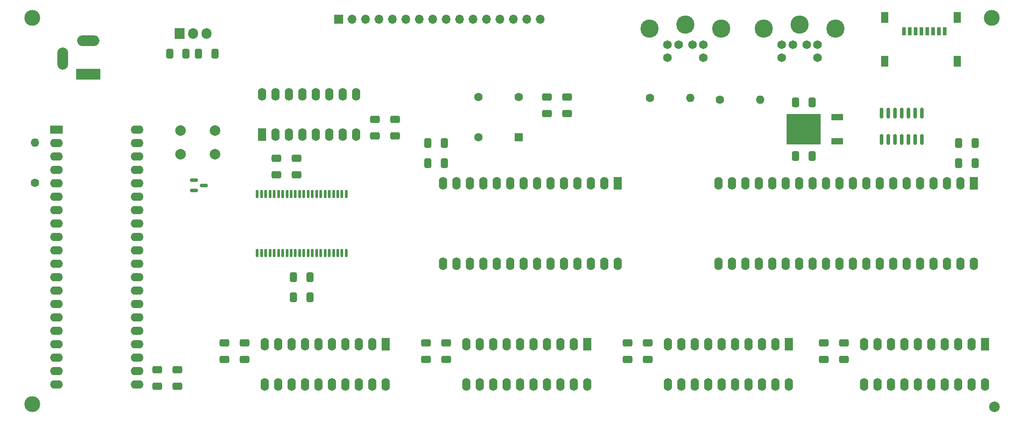
<source format=gbr>
%TF.GenerationSoftware,KiCad,Pcbnew,(6.0.5)*%
%TF.CreationDate,2022-09-15T01:10:35+02:00*%
%TF.ProjectId,65816 computer,36353831-3620-4636-9f6d-70757465722e,rev?*%
%TF.SameCoordinates,Original*%
%TF.FileFunction,Soldermask,Top*%
%TF.FilePolarity,Negative*%
%FSLAX46Y46*%
G04 Gerber Fmt 4.6, Leading zero omitted, Abs format (unit mm)*
G04 Created by KiCad (PCBNEW (6.0.5)) date 2022-09-15 01:10:35*
%MOMM*%
%LPD*%
G01*
G04 APERTURE LIST*
G04 Aperture macros list*
%AMRoundRect*
0 Rectangle with rounded corners*
0 $1 Rounding radius*
0 $2 $3 $4 $5 $6 $7 $8 $9 X,Y pos of 4 corners*
0 Add a 4 corners polygon primitive as box body*
4,1,4,$2,$3,$4,$5,$6,$7,$8,$9,$2,$3,0*
0 Add four circle primitives for the rounded corners*
1,1,$1+$1,$2,$3*
1,1,$1+$1,$4,$5*
1,1,$1+$1,$6,$7*
1,1,$1+$1,$8,$9*
0 Add four rect primitives between the rounded corners*
20,1,$1+$1,$2,$3,$4,$5,0*
20,1,$1+$1,$4,$5,$6,$7,0*
20,1,$1+$1,$6,$7,$8,$9,0*
20,1,$1+$1,$8,$9,$2,$3,0*%
G04 Aperture macros list end*
%ADD10RoundRect,0.250000X-0.650000X0.412500X-0.650000X-0.412500X0.650000X-0.412500X0.650000X0.412500X0*%
%ADD11RoundRect,0.250000X-0.412500X-0.650000X0.412500X-0.650000X0.412500X0.650000X-0.412500X0.650000X0*%
%ADD12R,1.600000X2.400000*%
%ADD13O,1.600000X2.400000*%
%ADD14R,4.600000X2.000000*%
%ADD15O,4.200000X2.000000*%
%ADD16O,2.000000X4.200000*%
%ADD17RoundRect,0.250000X0.650000X-0.412500X0.650000X0.412500X-0.650000X0.412500X-0.650000X-0.412500X0*%
%ADD18C,2.000000*%
%ADD19RoundRect,0.137500X-0.137500X0.625000X-0.137500X-0.625000X0.137500X-0.625000X0.137500X0.625000X0*%
%ADD20C,3.000000*%
%ADD21R,2.200000X1.200000*%
%ADD22R,6.400000X5.800000*%
%ADD23C,1.600000*%
%ADD24O,1.600000X1.600000*%
%ADD25RoundRect,0.250000X0.412500X0.650000X-0.412500X0.650000X-0.412500X-0.650000X0.412500X-0.650000X0*%
%ADD26R,2.400000X1.600000*%
%ADD27O,2.400000X1.600000*%
%ADD28RoundRect,0.150000X-0.587500X-0.150000X0.587500X-0.150000X0.587500X0.150000X-0.587500X0.150000X0*%
%ADD29R,1.600000X1.600000*%
%ADD30C,1.650000*%
%ADD31C,3.450000*%
%ADD32R,1.700000X1.700000*%
%ADD33O,1.700000X1.700000*%
%ADD34RoundRect,0.150000X-0.150000X0.825000X-0.150000X-0.825000X0.150000X-0.825000X0.150000X0.825000X0*%
%ADD35R,0.800000X1.500000*%
%ADD36R,1.450000X2.000000*%
%ADD37R,1.905000X2.000000*%
%ADD38O,1.905000X2.000000*%
G04 APERTURE END LIST*
D10*
%TO.C,C19*%
X97038000Y-64741500D03*
X97038000Y-67866500D03*
%TD*%
D11*
%TO.C,C5*%
X77812500Y-94615000D03*
X80937500Y-94615000D03*
%TD*%
D12*
%TO.C,U10*%
X71882000Y-67564000D03*
D13*
X74422000Y-67564000D03*
X76962000Y-67564000D03*
X79502000Y-67564000D03*
X82042000Y-67564000D03*
X84582000Y-67564000D03*
X87122000Y-67564000D03*
X89662000Y-67564000D03*
X89662000Y-59944000D03*
X87122000Y-59944000D03*
X84582000Y-59944000D03*
X82042000Y-59944000D03*
X79502000Y-59944000D03*
X76962000Y-59944000D03*
X74422000Y-59944000D03*
X71882000Y-59944000D03*
%TD*%
D11*
%TO.C,C1*%
X54392059Y-52253000D03*
X57517059Y-52253000D03*
%TD*%
D14*
%TO.C,J1*%
X39004000Y-56134000D03*
D15*
X39004000Y-49834000D03*
D16*
X34204000Y-53234000D03*
%TD*%
D17*
%TO.C,C16*%
X64770000Y-110147500D03*
X64770000Y-107022500D03*
%TD*%
D18*
%TO.C,SW1*%
X56440000Y-66838000D03*
X62940000Y-66838000D03*
X56440000Y-71338000D03*
X62940000Y-71338000D03*
%TD*%
D10*
%TO.C,C8*%
X74549000Y-72097500D03*
X74549000Y-75222500D03*
%TD*%
D17*
%TO.C,C15*%
X68580000Y-110147500D03*
X68580000Y-107022500D03*
%TD*%
D12*
%TO.C,U4*%
X133345000Y-107325000D03*
D13*
X130805000Y-107325000D03*
X128265000Y-107325000D03*
X125725000Y-107325000D03*
X123185000Y-107325000D03*
X120645000Y-107325000D03*
X118105000Y-107325000D03*
X115565000Y-107325000D03*
X113025000Y-107325000D03*
X110485000Y-107325000D03*
X110485000Y-114945000D03*
X113025000Y-114945000D03*
X115565000Y-114945000D03*
X118105000Y-114945000D03*
X120645000Y-114945000D03*
X123185000Y-114945000D03*
X125725000Y-114945000D03*
X128265000Y-114945000D03*
X130805000Y-114945000D03*
X133345000Y-114945000D03*
%TD*%
D19*
%TO.C,U5*%
X87775000Y-78862500D03*
X86975000Y-78862500D03*
X86175000Y-78862500D03*
X85375000Y-78862500D03*
X84575000Y-78862500D03*
X83775000Y-78862500D03*
X82975000Y-78862500D03*
X82175000Y-78862500D03*
X81375000Y-78862500D03*
X80575000Y-78862500D03*
X79775000Y-78862500D03*
X78975000Y-78862500D03*
X78175000Y-78862500D03*
X77375000Y-78862500D03*
X76575000Y-78862500D03*
X75775000Y-78862500D03*
X74975000Y-78862500D03*
X74175000Y-78862500D03*
X73375000Y-78862500D03*
X72575000Y-78862500D03*
X71775000Y-78862500D03*
X70975000Y-78862500D03*
X70975000Y-90037500D03*
X71775000Y-90037500D03*
X72575000Y-90037500D03*
X73375000Y-90037500D03*
X74175000Y-90037500D03*
X74975000Y-90037500D03*
X75775000Y-90037500D03*
X76575000Y-90037500D03*
X77375000Y-90037500D03*
X78175000Y-90037500D03*
X78975000Y-90037500D03*
X79775000Y-90037500D03*
X80575000Y-90037500D03*
X81375000Y-90037500D03*
X82175000Y-90037500D03*
X82975000Y-90037500D03*
X83775000Y-90037500D03*
X84575000Y-90037500D03*
X85375000Y-90037500D03*
X86175000Y-90037500D03*
X86975000Y-90037500D03*
X87775000Y-90037500D03*
%TD*%
D20*
%TO.C,REF\u002A\u002A*%
X209804000Y-45466000D03*
X209804000Y-45466000D03*
%TD*%
D21*
%TO.C,U3*%
X180544000Y-68828000D03*
D22*
X174244000Y-66548000D03*
D21*
X180544000Y-64268000D03*
%TD*%
D23*
%TO.C,R2*%
X158422559Y-60960000D03*
D24*
X166042559Y-60960000D03*
%TD*%
D11*
%TO.C,C17*%
X103197500Y-73025000D03*
X106322500Y-73025000D03*
%TD*%
D12*
%TO.C,U8*%
X95245000Y-107325000D03*
D13*
X92705000Y-107325000D03*
X90165000Y-107325000D03*
X87625000Y-107325000D03*
X85085000Y-107325000D03*
X82545000Y-107325000D03*
X80005000Y-107325000D03*
X77465000Y-107325000D03*
X74925000Y-107325000D03*
X72385000Y-107325000D03*
X72385000Y-114945000D03*
X74925000Y-114945000D03*
X77465000Y-114945000D03*
X80005000Y-114945000D03*
X82545000Y-114945000D03*
X85085000Y-114945000D03*
X87625000Y-114945000D03*
X90165000Y-114945000D03*
X92705000Y-114945000D03*
X95245000Y-114945000D03*
%TD*%
D12*
%TO.C,U12*%
X208502480Y-107325000D03*
D13*
X205962480Y-107325000D03*
X203422480Y-107325000D03*
X200882480Y-107325000D03*
X198342480Y-107325000D03*
X195802480Y-107325000D03*
X193262480Y-107325000D03*
X190722480Y-107325000D03*
X188182480Y-107325000D03*
X185642480Y-107325000D03*
X185642480Y-114945000D03*
X188182480Y-114945000D03*
X190722480Y-114945000D03*
X193262480Y-114945000D03*
X195802480Y-114945000D03*
X198342480Y-114945000D03*
X200882480Y-114945000D03*
X203422480Y-114945000D03*
X205962480Y-114945000D03*
X208502480Y-114945000D03*
%TD*%
D17*
%TO.C,C23*%
X144780000Y-110147500D03*
X144780000Y-107022500D03*
%TD*%
D25*
%TO.C,C2*%
X62957059Y-52253000D03*
X59832059Y-52253000D03*
%TD*%
D26*
%TO.C,U6*%
X33015000Y-66680000D03*
D27*
X33015000Y-69220000D03*
X33015000Y-71760000D03*
X33015000Y-74300000D03*
X33015000Y-76840000D03*
X33015000Y-79380000D03*
X33015000Y-81920000D03*
X33015000Y-84460000D03*
X33015000Y-87000000D03*
X33015000Y-89540000D03*
X33015000Y-92080000D03*
X33015000Y-94620000D03*
X33015000Y-97160000D03*
X33015000Y-99700000D03*
X33015000Y-102240000D03*
X33015000Y-104780000D03*
X33015000Y-107320000D03*
X33015000Y-109860000D03*
X33015000Y-112400000D03*
X33015000Y-114940000D03*
X48255000Y-114940000D03*
X48255000Y-112400000D03*
X48255000Y-109860000D03*
X48255000Y-107320000D03*
X48255000Y-104780000D03*
X48255000Y-102240000D03*
X48255000Y-99700000D03*
X48255000Y-97160000D03*
X48255000Y-94620000D03*
X48255000Y-92080000D03*
X48255000Y-89540000D03*
X48255000Y-87000000D03*
X48255000Y-84460000D03*
X48255000Y-81920000D03*
X48255000Y-79380000D03*
X48255000Y-76840000D03*
X48255000Y-74300000D03*
X48255000Y-71760000D03*
X48255000Y-69220000D03*
X48255000Y-66680000D03*
%TD*%
D20*
%TO.C,REF\u002A\u002A*%
X28448000Y-45466000D03*
X28448000Y-45466000D03*
%TD*%
D28*
%TO.C,U2*%
X59006500Y-76266000D03*
X59006500Y-78166000D03*
X60881500Y-77216000D03*
%TD*%
D10*
%TO.C,C12*%
X55880000Y-112102500D03*
X55880000Y-115227500D03*
%TD*%
D12*
%TO.C,U7*%
X206370000Y-76830000D03*
D13*
X203830000Y-76830000D03*
X201290000Y-76830000D03*
X198750000Y-76830000D03*
X196210000Y-76830000D03*
X193670000Y-76830000D03*
X191130000Y-76830000D03*
X188590000Y-76830000D03*
X186050000Y-76830000D03*
X183510000Y-76830000D03*
X180970000Y-76830000D03*
X178430000Y-76830000D03*
X175890000Y-76830000D03*
X173350000Y-76830000D03*
X170810000Y-76830000D03*
X168270000Y-76830000D03*
X165730000Y-76830000D03*
X163190000Y-76830000D03*
X160650000Y-76830000D03*
X158110000Y-76830000D03*
X158110000Y-92070000D03*
X160650000Y-92070000D03*
X163190000Y-92070000D03*
X165730000Y-92070000D03*
X168270000Y-92070000D03*
X170810000Y-92070000D03*
X173350000Y-92070000D03*
X175890000Y-92070000D03*
X178430000Y-92070000D03*
X180970000Y-92070000D03*
X183510000Y-92070000D03*
X186050000Y-92070000D03*
X188590000Y-92070000D03*
X191130000Y-92070000D03*
X193670000Y-92070000D03*
X196210000Y-92070000D03*
X198750000Y-92070000D03*
X201290000Y-92070000D03*
X203830000Y-92070000D03*
X206370000Y-92070000D03*
%TD*%
D17*
%TO.C,C21*%
X129540000Y-63577000D03*
X129540000Y-60452000D03*
%TD*%
D10*
%TO.C,C6*%
X78359000Y-72097500D03*
X78359000Y-75222500D03*
%TD*%
D29*
%TO.C,X1*%
X120396000Y-68072000D03*
D23*
X120396000Y-60452000D03*
X112776000Y-60452000D03*
X112776000Y-68072000D03*
%TD*%
D30*
%TO.C,J2*%
X172182000Y-50564000D03*
X174782000Y-50564000D03*
X170082000Y-50564000D03*
X176882000Y-50564000D03*
X170082000Y-53064000D03*
X176882000Y-53064000D03*
D31*
X166732000Y-47564000D03*
X173482000Y-46764000D03*
X180232000Y-47564000D03*
%TD*%
D32*
%TO.C,J5*%
X86360000Y-45720000D03*
D33*
X88900000Y-45720000D03*
X91440000Y-45720000D03*
X93980000Y-45720000D03*
X96520000Y-45720000D03*
X99060000Y-45720000D03*
X101600000Y-45720000D03*
X104140000Y-45720000D03*
X106680000Y-45720000D03*
X109220000Y-45720000D03*
X111760000Y-45720000D03*
X114300000Y-45720000D03*
X116840000Y-45720000D03*
X119380000Y-45720000D03*
X121920000Y-45720000D03*
X124460000Y-45720000D03*
%TD*%
D17*
%TO.C,C24*%
X140970000Y-110147500D03*
X140970000Y-107022500D03*
%TD*%
D34*
%TO.C,U9*%
X196596000Y-63565000D03*
X195326000Y-63565000D03*
X194056000Y-63565000D03*
X192786000Y-63565000D03*
X191516000Y-63565000D03*
X190246000Y-63565000D03*
X188976000Y-63565000D03*
X188976000Y-68515000D03*
X190246000Y-68515000D03*
X191516000Y-68515000D03*
X192786000Y-68515000D03*
X194056000Y-68515000D03*
X195326000Y-68515000D03*
X196596000Y-68515000D03*
%TD*%
D10*
%TO.C,C20*%
X93228000Y-64741500D03*
X93228000Y-67866500D03*
%TD*%
D17*
%TO.C,C25*%
X181837480Y-110147500D03*
X181837480Y-107022500D03*
%TD*%
D12*
%TO.C,U11*%
X139065000Y-76835000D03*
D13*
X136525000Y-76835000D03*
X133985000Y-76835000D03*
X131445000Y-76835000D03*
X128905000Y-76835000D03*
X126365000Y-76835000D03*
X123825000Y-76835000D03*
X121285000Y-76835000D03*
X118745000Y-76835000D03*
X116205000Y-76835000D03*
X113665000Y-76835000D03*
X111125000Y-76835000D03*
X108585000Y-76835000D03*
X106045000Y-76835000D03*
X106045000Y-92075000D03*
X108585000Y-92075000D03*
X111125000Y-92075000D03*
X113665000Y-92075000D03*
X116205000Y-92075000D03*
X118745000Y-92075000D03*
X121285000Y-92075000D03*
X123825000Y-92075000D03*
X126365000Y-92075000D03*
X128905000Y-92075000D03*
X131445000Y-92075000D03*
X133985000Y-92075000D03*
X136525000Y-92075000D03*
X139065000Y-92075000D03*
%TD*%
D11*
%TO.C,C7*%
X77812500Y-98420000D03*
X80937500Y-98420000D03*
%TD*%
%TO.C,C14*%
X203532500Y-69215000D03*
X206657500Y-69215000D03*
%TD*%
%TO.C,C18*%
X103197500Y-69215000D03*
X106322500Y-69215000D03*
%TD*%
D17*
%TO.C,C3*%
X106680000Y-110147500D03*
X106680000Y-107022500D03*
%TD*%
D20*
%TO.C,REF\u002A\u002A*%
X28448000Y-118618000D03*
X28448000Y-118618000D03*
%TD*%
D25*
%TO.C,C9*%
X175806500Y-71628000D03*
X172681500Y-71628000D03*
%TD*%
D17*
%TO.C,C4*%
X102870000Y-110147500D03*
X102870000Y-107022500D03*
%TD*%
D25*
%TO.C,C10*%
X175806500Y-61468000D03*
X172681500Y-61468000D03*
%TD*%
D17*
%TO.C,C26*%
X178027480Y-110147500D03*
X178027480Y-107022500D03*
%TD*%
D12*
%TO.C,U13*%
X171445000Y-107325000D03*
D13*
X168905000Y-107325000D03*
X166365000Y-107325000D03*
X163825000Y-107325000D03*
X161285000Y-107325000D03*
X158745000Y-107325000D03*
X156205000Y-107325000D03*
X153665000Y-107325000D03*
X151125000Y-107325000D03*
X148585000Y-107325000D03*
X148585000Y-114945000D03*
X151125000Y-114945000D03*
X153665000Y-114945000D03*
X156205000Y-114945000D03*
X158745000Y-114945000D03*
X161285000Y-114945000D03*
X163825000Y-114945000D03*
X166365000Y-114945000D03*
X168905000Y-114945000D03*
X171445000Y-114945000D03*
%TD*%
D18*
%TO.C,REF\u002A\u002A*%
X210312000Y-119126000D03*
%TD*%
D11*
%TO.C,C13*%
X203532500Y-73025000D03*
X206657500Y-73025000D03*
%TD*%
D23*
%TO.C,R1*%
X145214559Y-60688978D03*
D24*
X152834559Y-60688978D03*
%TD*%
D35*
%TO.C,J4*%
X193196070Y-48006000D03*
X194296070Y-48006000D03*
X195396070Y-48006000D03*
X196496070Y-48006000D03*
X197596070Y-48006000D03*
X198696070Y-48006000D03*
X199796070Y-48006000D03*
X200896070Y-48006000D03*
D36*
X203271070Y-45406000D03*
X189521070Y-53706000D03*
X189521070Y-45406000D03*
X203271070Y-53706000D03*
%TD*%
D30*
%TO.C,J3*%
X150592000Y-50564000D03*
X153192000Y-50564000D03*
X148492000Y-50564000D03*
X155292000Y-50564000D03*
X148492000Y-53064000D03*
X155292000Y-53064000D03*
D31*
X145142000Y-47564000D03*
X151892000Y-46764000D03*
X158642000Y-47564000D03*
%TD*%
D17*
%TO.C,C22*%
X125730000Y-63577000D03*
X125730000Y-60452000D03*
%TD*%
D10*
%TO.C,C11*%
X52070000Y-112102500D03*
X52070000Y-115227500D03*
%TD*%
D23*
%TO.C,R3*%
X28956000Y-76708000D03*
D24*
X28956000Y-69088000D03*
%TD*%
D37*
%TO.C,U1*%
X56314559Y-48443000D03*
D38*
X58854559Y-48443000D03*
X61394559Y-48443000D03*
%TD*%
M02*

</source>
